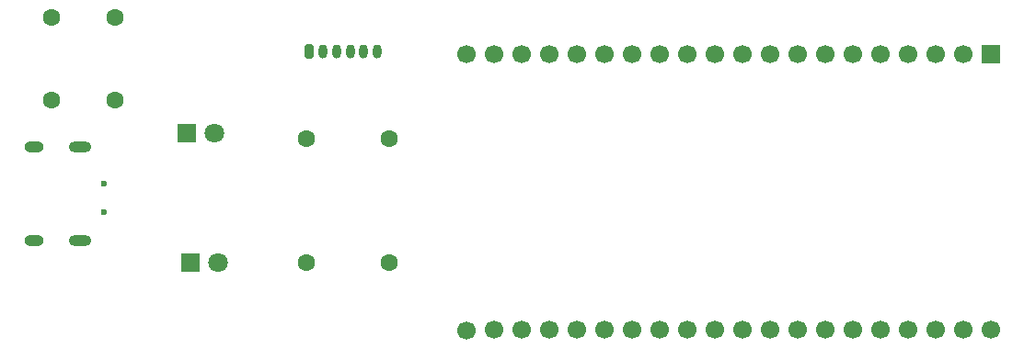
<source format=gbr>
%TF.GenerationSoftware,KiCad,Pcbnew,9.0.6-9.0.6~ubuntu24.04.1*%
%TF.CreationDate,2025-12-26T18:07:40+01:00*%
%TF.ProjectId,security-system,73656375-7269-4747-992d-73797374656d,0*%
%TF.SameCoordinates,Original*%
%TF.FileFunction,Copper,L3,Inr*%
%TF.FilePolarity,Positive*%
%FSLAX46Y46*%
G04 Gerber Fmt 4.6, Leading zero omitted, Abs format (unit mm)*
G04 Created by KiCad (PCBNEW 9.0.6-9.0.6~ubuntu24.04.1) date 2025-12-26 18:07:40*
%MOMM*%
%LPD*%
G01*
G04 APERTURE LIST*
G04 Aperture macros list*
%AMRoundRect*
0 Rectangle with rounded corners*
0 $1 Rounding radius*
0 $2 $3 $4 $5 $6 $7 $8 $9 X,Y pos of 4 corners*
0 Add a 4 corners polygon primitive as box body*
4,1,4,$2,$3,$4,$5,$6,$7,$8,$9,$2,$3,0*
0 Add four circle primitives for the rounded corners*
1,1,$1+$1,$2,$3*
1,1,$1+$1,$4,$5*
1,1,$1+$1,$6,$7*
1,1,$1+$1,$8,$9*
0 Add four rect primitives between the rounded corners*
20,1,$1+$1,$2,$3,$4,$5,0*
20,1,$1+$1,$4,$5,$6,$7,0*
20,1,$1+$1,$6,$7,$8,$9,0*
20,1,$1+$1,$8,$9,$2,$3,0*%
G04 Aperture macros list end*
%TA.AperFunction,ComponentPad*%
%ADD10O,0.800000X1.300000*%
%TD*%
%TA.AperFunction,ComponentPad*%
%ADD11RoundRect,0.200000X-0.200000X-0.450000X0.200000X-0.450000X0.200000X0.450000X-0.200000X0.450000X0*%
%TD*%
%TA.AperFunction,HeatsinkPad*%
%ADD12O,2.100000X1.000000*%
%TD*%
%TA.AperFunction,HeatsinkPad*%
%ADD13O,1.800000X1.000000*%
%TD*%
%TA.AperFunction,ComponentPad*%
%ADD14R,1.800000X1.800000*%
%TD*%
%TA.AperFunction,ComponentPad*%
%ADD15C,1.800000*%
%TD*%
%TA.AperFunction,ComponentPad*%
%ADD16C,1.600000*%
%TD*%
%TA.AperFunction,ComponentPad*%
%ADD17C,1.700000*%
%TD*%
%TA.AperFunction,ComponentPad*%
%ADD18R,1.700000X1.700000*%
%TD*%
%TA.AperFunction,ViaPad*%
%ADD19C,0.600000*%
%TD*%
G04 APERTURE END LIST*
D10*
%TO.N,+5V*%
%TO.C,J1*%
X159470000Y-73520000D03*
%TO.N,/SDA*%
X158220000Y-73520000D03*
%TO.N,/SCL*%
X156970000Y-73520000D03*
%TO.N,GND*%
X155720000Y-73520000D03*
X154470000Y-73520000D03*
D11*
%TO.N,unconnected-(J1-Pin_1-Pad1)*%
X153220000Y-73520000D03*
%TD*%
D12*
%TO.N,GND*%
%TO.C,J2*%
X132060000Y-82300000D03*
D13*
X127880000Y-82300000D03*
D12*
X132060000Y-90940000D03*
D13*
X127880000Y-90940000D03*
%TD*%
D14*
%TO.N,GND*%
%TO.C,DETECTION LED*%
X142275000Y-92950000D03*
D15*
%TO.N,Net-(D2-A)*%
X144815000Y-92950000D03*
%TD*%
D16*
%TO.N,+5V*%
%TO.C,R1*%
X152960000Y-81550000D03*
%TO.N,Net-(D1-A)*%
X160580000Y-81550000D03*
%TD*%
D14*
%TO.N,GND*%
%TO.C,POWER-ON LED*%
X141955000Y-81090000D03*
D15*
%TO.N,Net-(D1-A)*%
X144495000Y-81090000D03*
%TD*%
D16*
%TO.N,Net-(J2-CC2)*%
%TO.C,R4*%
X135290000Y-77980000D03*
%TO.N,GND*%
X135290000Y-70360000D03*
%TD*%
%TO.N,+5V*%
%TO.C,R2*%
X152930000Y-92990000D03*
%TO.N,Net-(D2-A)*%
X160550000Y-92990000D03*
%TD*%
%TO.N,Net-(J2-CC1)*%
%TO.C,R3*%
X129500000Y-78010000D03*
%TO.N,GND*%
X129500000Y-70390000D03*
%TD*%
D17*
%TO.N,+5V*%
%TO.C,U1*%
X167670000Y-73810000D03*
%TO.N,unconnected-(U1-GPIO16-Pad15)*%
X198150000Y-73800000D03*
%TO.N,/SCL*%
X182910000Y-73800000D03*
%TO.N,unconnected-(U1-GPIO46-Pad25)*%
X185450000Y-73800000D03*
D18*
%TO.N,+3.3V*%
X215930000Y-73800000D03*
D17*
%TO.N,unconnected-(U1-GPIO15-Pad13)*%
X200690000Y-73800000D03*
%TO.N,unconnected-(U1-GPIO7-Pad11)*%
X203230000Y-73800000D03*
%TO.N,unconnected-(U1-GPIO4-Pad5)*%
X210850000Y-73800000D03*
%TO.N,unconnected-(U1-GPIO3-Pad23)*%
X187990000Y-73800000D03*
%TO.N,/SDA*%
X190530000Y-73800000D03*
%TO.N,unconnected-(U1-GPIO10-Pad29)*%
X180370000Y-73800000D03*
%TO.N,unconnected-(U1-GPIO5-Pad7)*%
X208310000Y-73800000D03*
%TO.N,unconnected-(U1-GPIO6-Pad9)*%
X205770000Y-73800000D03*
%TO.N,unconnected-(U1-GPIO11-Pad31)*%
X177830000Y-73800000D03*
%TO.N,unconnected-(U1-GPIO12-Pad33)*%
X175290000Y-73800000D03*
%TO.N,unconnected-(U1-GPIO13-Pad35)*%
X172750000Y-73800000D03*
%TO.N,unconnected-(U1-GPIO18-Pad19)*%
X193070000Y-73800000D03*
%TO.N,unconnected-(U1-GPIO14-Pad37)*%
X170210000Y-73800000D03*
%TO.N,unconnected-(U1-GPIO17-Pad17)*%
X195610000Y-73800000D03*
%TO.N,unconnected-(U1-RST-Pad3)*%
X213390000Y-73800000D03*
%TO.N,GND*%
X167670000Y-99250000D03*
%TO.N,unconnected-(U1-GPIO19-Pad38)*%
X170210000Y-99200000D03*
%TO.N,unconnected-(U1-GPIO20-Pad36)*%
X172750000Y-99200000D03*
%TO.N,unconnected-(U1-GPIO21-Pad34)*%
X175290000Y-99200000D03*
%TO.N,unconnected-(U1-GPIO47-Pad32)*%
X177830000Y-99200000D03*
%TO.N,unconnected-(U1-GPIO48-Pad30)*%
X180370000Y-99200000D03*
%TO.N,unconnected-(U1-GPIO45-Pad28)*%
X182910000Y-99200000D03*
%TO.N,unconnected-(U1-GPIO37-Pad20)*%
X193070000Y-99200000D03*
%TO.N,unconnected-(U1-GPIO36-Pad22)*%
X190530000Y-99200000D03*
%TO.N,unconnected-(U1-GPIO39-Pad16)*%
X198150000Y-99200000D03*
%TO.N,unconnected-(U1-GPIO42-Pad10)*%
X205770000Y-99200000D03*
%TO.N,unconnected-(U1-GPIO41-Pad12)*%
X203230000Y-99200000D03*
%TO.N,unconnected-(U1-GPIO40-Pad14)*%
X200690000Y-99200000D03*
%TO.N,unconnected-(U1-GPIO44-Pad4)*%
X213390000Y-99200000D03*
%TO.N,unconnected-(U1-GPIO0-Pad26)*%
X185450000Y-99200000D03*
%TO.N,unconnected-(U1-GPIO38-Pad18)*%
X195610000Y-99200000D03*
%TO.N,unconnected-(U1-GPIO35-Pad24)*%
X187990000Y-99200000D03*
%TO.N,unconnected-(U1-GPIO1-Pad6)*%
X210850000Y-99200000D03*
%TO.N,unconnected-(U1-GPIO2-Pad8)*%
X208310000Y-99200000D03*
%TO.N,unconnected-(U1-GPIO43-Pad2)*%
X215930000Y-99200000D03*
%TD*%
D19*
%TO.N,+5V*%
X134290000Y-85750000D03*
X134270000Y-88370000D03*
%TD*%
M02*

</source>
